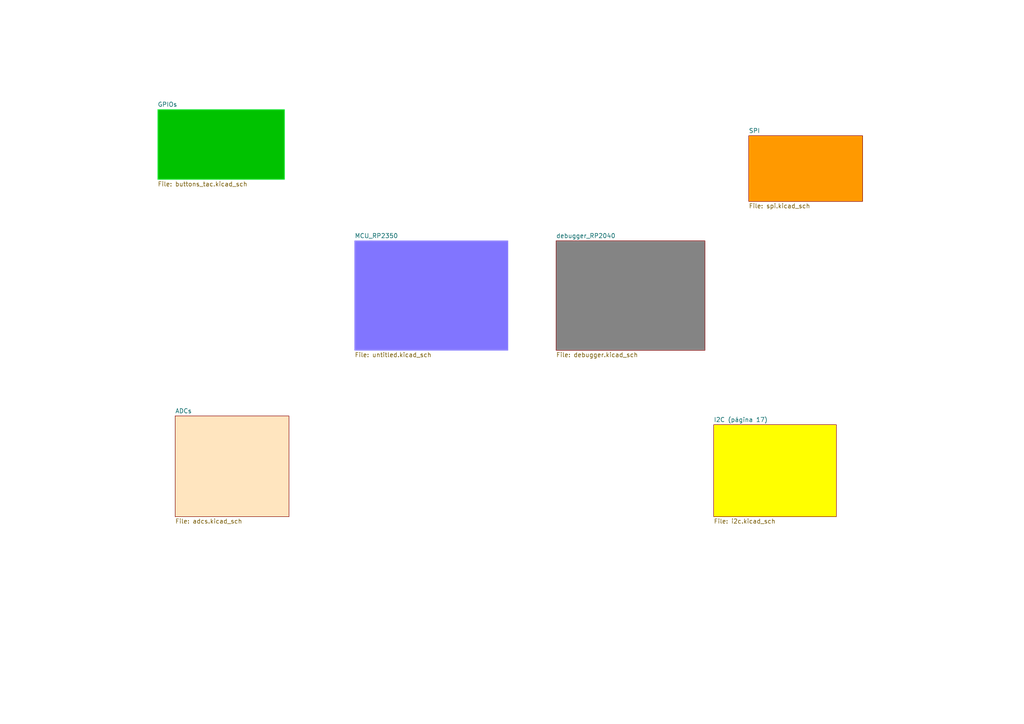
<source format=kicad_sch>
(kicad_sch
	(version 20250114)
	(generator "eeschema")
	(generator_version "9.0")
	(uuid "49caf936-61f8-45e5-bebd-98db7502d055")
	(paper "A4")
	(title_block
		(title "RP2350")
	)
	(lib_symbols)
	(sheet
		(at 161.29 69.85)
		(size 43.18 31.75)
		(exclude_from_sim no)
		(in_bom yes)
		(on_board yes)
		(dnp no)
		(fields_autoplaced yes)
		(stroke
			(width 0.1524)
			(type solid)
		)
		(fill
			(color 132 132 132 1.0000)
		)
		(uuid "3523909c-5026-4ff2-9976-775b6fedfefc")
		(property "Sheetname" "debugger_RP2040"
			(at 161.29 69.1384 0)
			(effects
				(font
					(size 1.27 1.27)
				)
				(justify left bottom)
			)
		)
		(property "Sheetfile" "debugger.kicad_sch"
			(at 161.29 102.1846 0)
			(effects
				(font
					(size 1.27 1.27)
				)
				(justify left top)
			)
		)
		(instances
			(project "Circuitos Impressos"
				(path "/49caf936-61f8-45e5-bebd-98db7502d055"
					(page "20")
				)
			)
		)
	)
	(sheet
		(at 217.17 39.37)
		(size 33.02 19.05)
		(exclude_from_sim no)
		(in_bom yes)
		(on_board yes)
		(dnp no)
		(fields_autoplaced yes)
		(stroke
			(width 0.1524)
			(type solid)
		)
		(fill
			(color 255 153 0 1.0000)
		)
		(uuid "6226b8fd-5917-48c3-a138-e075137f14b2")
		(property "Sheetname" "SPI"
			(at 217.17 38.6584 0)
			(effects
				(font
					(size 1.27 1.27)
				)
				(justify left bottom)
			)
		)
		(property "Sheetfile" "spi.kicad_sch"
			(at 217.17 59.0046 0)
			(effects
				(font
					(size 1.27 1.27)
				)
				(justify left top)
			)
		)
		(instances
			(project "Circuitos Impressos"
				(path "/49caf936-61f8-45e5-bebd-98db7502d055"
					(page "14")
				)
			)
		)
	)
	(sheet
		(at 102.87 69.85)
		(size 44.45 31.75)
		(exclude_from_sim no)
		(in_bom yes)
		(on_board yes)
		(dnp no)
		(fields_autoplaced yes)
		(stroke
			(width 0.1524)
			(type solid)
			(color 134 122 255 1)
		)
		(fill
			(color 129 117 255 1.0000)
		)
		(uuid "c83c4fed-140a-443e-a6d8-37ea998d1cae")
		(property "Sheetname" "MCU_RP2350"
			(at 102.87 69.1384 0)
			(effects
				(font
					(size 1.27 1.27)
				)
				(justify left bottom)
			)
		)
		(property "Sheetfile" "untitled.kicad_sch"
			(at 102.87 102.1846 0)
			(effects
				(font
					(size 1.27 1.27)
				)
				(justify left top)
			)
		)
		(instances
			(project "Circuitos Impressos"
				(path "/49caf936-61f8-45e5-bebd-98db7502d055"
					(page "2")
				)
			)
		)
	)
	(sheet
		(at 45.72 31.75)
		(size 36.83 20.32)
		(exclude_from_sim no)
		(in_bom yes)
		(on_board yes)
		(dnp no)
		(fields_autoplaced yes)
		(stroke
			(width 0.1524)
			(type solid)
			(color 73 255 115 1)
		)
		(fill
			(color 0 194 0 1.0000)
		)
		(uuid "cd06bfc6-440d-49c0-874c-bf1b7680625b")
		(property "Sheetname" "GPIOs"
			(at 45.72 31.0384 0)
			(effects
				(font
					(size 1.27 1.27)
				)
				(justify left bottom)
			)
		)
		(property "Sheetfile" "buttons_tac.kicad_sch"
			(at 45.72 52.6546 0)
			(effects
				(font
					(size 1.27 1.27)
				)
				(justify left top)
			)
		)
		(instances
			(project "Circuitos Impressos"
				(path "/49caf936-61f8-45e5-bebd-98db7502d055"
					(page "3")
				)
			)
		)
	)
	(sheet
		(at 50.8 120.65)
		(size 33.02 29.21)
		(exclude_from_sim no)
		(in_bom yes)
		(on_board yes)
		(dnp no)
		(fields_autoplaced yes)
		(stroke
			(width 0.1524)
			(type solid)
		)
		(fill
			(color 255 229 191 1.0000)
		)
		(uuid "dd5823bd-cf7a-4000-b295-b31869a3f590")
		(property "Sheetname" "ADCs"
			(at 50.8 119.9384 0)
			(effects
				(font
					(size 1.27 1.27)
				)
				(justify left bottom)
			)
		)
		(property "Sheetfile" "adcs.kicad_sch"
			(at 50.8 150.4446 0)
			(effects
				(font
					(size 1.27 1.27)
				)
				(justify left top)
			)
		)
		(property "Field2" ""
			(at 50.8 120.65 0)
			(effects
				(font
					(size 1.27 1.27)
				)
			)
		)
		(instances
			(project "Circuitos Impressos"
				(path "/49caf936-61f8-45e5-bebd-98db7502d055"
					(page "8")
				)
			)
		)
	)
	(sheet
		(at 207.01 123.19)
		(size 35.56 26.67)
		(exclude_from_sim no)
		(in_bom yes)
		(on_board yes)
		(dnp no)
		(fields_autoplaced yes)
		(stroke
			(width 0.1524)
			(type solid)
		)
		(fill
			(color 255 255 0 1.0000)
		)
		(uuid "fe7c01a3-21b3-4f96-818f-bda86ab2eda6")
		(property "Sheetname" "I2C (página 17)"
			(at 207.01 122.4784 0)
			(effects
				(font
					(size 1.27 1.27)
				)
				(justify left bottom)
			)
		)
		(property "Sheetfile" "i2c.kicad_sch"
			(at 207.01 150.4446 0)
			(effects
				(font
					(size 1.27 1.27)
				)
				(justify left top)
			)
		)
		(instances
			(project "Circuitos Impressos"
				(path "/49caf936-61f8-45e5-bebd-98db7502d055"
					(page "17")
				)
			)
		)
	)
	(sheet_instances
		(path "/"
			(page "1")
		)
	)
	(embedded_fonts no)
)

</source>
